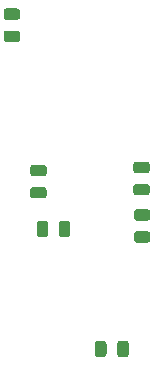
<source format=gbp>
G04 #@! TF.GenerationSoftware,KiCad,Pcbnew,5.1.6-c6e7f7d~87~ubuntu20.04.1*
G04 #@! TF.CreationDate,2020-07-20T11:44:09+02:00*
G04 #@! TF.ProjectId,weerstasie,77656572-7374-4617-9369-652e6b696361,rev?*
G04 #@! TF.SameCoordinates,Original*
G04 #@! TF.FileFunction,Paste,Bot*
G04 #@! TF.FilePolarity,Positive*
%FSLAX46Y46*%
G04 Gerber Fmt 4.6, Leading zero omitted, Abs format (unit mm)*
G04 Created by KiCad (PCBNEW 5.1.6-c6e7f7d~87~ubuntu20.04.1) date 2020-07-20 11:44:09*
%MOMM*%
%LPD*%
G01*
G04 APERTURE LIST*
G04 APERTURE END LIST*
G36*
G01*
X126979500Y-105969750D02*
X126979500Y-106882250D01*
G75*
G02*
X126735750Y-107126000I-243750J0D01*
G01*
X126248250Y-107126000D01*
G75*
G02*
X126004500Y-106882250I0J243750D01*
G01*
X126004500Y-105969750D01*
G75*
G02*
X126248250Y-105726000I243750J0D01*
G01*
X126735750Y-105726000D01*
G75*
G02*
X126979500Y-105969750I0J-243750D01*
G01*
G37*
G36*
G01*
X128854500Y-105969750D02*
X128854500Y-106882250D01*
G75*
G02*
X128610750Y-107126000I-243750J0D01*
G01*
X128123250Y-107126000D01*
G75*
G02*
X127879500Y-106882250I0J243750D01*
G01*
X127879500Y-105969750D01*
G75*
G02*
X128123250Y-105726000I243750J0D01*
G01*
X128610750Y-105726000D01*
G75*
G02*
X128854500Y-105969750I0J-243750D01*
G01*
G37*
G36*
G01*
X118517350Y-79467100D02*
X119429850Y-79467100D01*
G75*
G02*
X119673600Y-79710850I0J-243750D01*
G01*
X119673600Y-80198350D01*
G75*
G02*
X119429850Y-80442100I-243750J0D01*
G01*
X118517350Y-80442100D01*
G75*
G02*
X118273600Y-80198350I0J243750D01*
G01*
X118273600Y-79710850D01*
G75*
G02*
X118517350Y-79467100I243750J0D01*
G01*
G37*
G36*
G01*
X118517350Y-77592100D02*
X119429850Y-77592100D01*
G75*
G02*
X119673600Y-77835850I0J-243750D01*
G01*
X119673600Y-78323350D01*
G75*
G02*
X119429850Y-78567100I-243750J0D01*
G01*
X118517350Y-78567100D01*
G75*
G02*
X118273600Y-78323350I0J243750D01*
G01*
X118273600Y-77835850D01*
G75*
G02*
X118517350Y-77592100I243750J0D01*
G01*
G37*
G36*
G01*
X121665050Y-93677800D02*
X120752550Y-93677800D01*
G75*
G02*
X120508800Y-93434050I0J243750D01*
G01*
X120508800Y-92946550D01*
G75*
G02*
X120752550Y-92702800I243750J0D01*
G01*
X121665050Y-92702800D01*
G75*
G02*
X121908800Y-92946550I0J-243750D01*
G01*
X121908800Y-93434050D01*
G75*
G02*
X121665050Y-93677800I-243750J0D01*
G01*
G37*
G36*
G01*
X121665050Y-91802800D02*
X120752550Y-91802800D01*
G75*
G02*
X120508800Y-91559050I0J243750D01*
G01*
X120508800Y-91071550D01*
G75*
G02*
X120752550Y-90827800I243750J0D01*
G01*
X121665050Y-90827800D01*
G75*
G02*
X121908800Y-91071550I0J-243750D01*
G01*
X121908800Y-91559050D01*
G75*
G02*
X121665050Y-91802800I-243750J0D01*
G01*
G37*
G36*
G01*
X130402650Y-91548800D02*
X129490150Y-91548800D01*
G75*
G02*
X129246400Y-91305050I0J243750D01*
G01*
X129246400Y-90817550D01*
G75*
G02*
X129490150Y-90573800I243750J0D01*
G01*
X130402650Y-90573800D01*
G75*
G02*
X130646400Y-90817550I0J-243750D01*
G01*
X130646400Y-91305050D01*
G75*
G02*
X130402650Y-91548800I-243750J0D01*
G01*
G37*
G36*
G01*
X130402650Y-93423800D02*
X129490150Y-93423800D01*
G75*
G02*
X129246400Y-93180050I0J243750D01*
G01*
X129246400Y-92692550D01*
G75*
G02*
X129490150Y-92448800I243750J0D01*
G01*
X130402650Y-92448800D01*
G75*
G02*
X130646400Y-92692550I0J-243750D01*
G01*
X130646400Y-93180050D01*
G75*
G02*
X130402650Y-93423800I-243750J0D01*
G01*
G37*
G36*
G01*
X123903800Y-95809750D02*
X123903800Y-96722250D01*
G75*
G02*
X123660050Y-96966000I-243750J0D01*
G01*
X123172550Y-96966000D01*
G75*
G02*
X122928800Y-96722250I0J243750D01*
G01*
X122928800Y-95809750D01*
G75*
G02*
X123172550Y-95566000I243750J0D01*
G01*
X123660050Y-95566000D01*
G75*
G02*
X123903800Y-95809750I0J-243750D01*
G01*
G37*
G36*
G01*
X122028800Y-95809750D02*
X122028800Y-96722250D01*
G75*
G02*
X121785050Y-96966000I-243750J0D01*
G01*
X121297550Y-96966000D01*
G75*
G02*
X121053800Y-96722250I0J243750D01*
G01*
X121053800Y-95809750D01*
G75*
G02*
X121297550Y-95566000I243750J0D01*
G01*
X121785050Y-95566000D01*
G75*
G02*
X122028800Y-95809750I0J-243750D01*
G01*
G37*
G36*
G01*
X129540950Y-96462000D02*
X130453450Y-96462000D01*
G75*
G02*
X130697200Y-96705750I0J-243750D01*
G01*
X130697200Y-97193250D01*
G75*
G02*
X130453450Y-97437000I-243750J0D01*
G01*
X129540950Y-97437000D01*
G75*
G02*
X129297200Y-97193250I0J243750D01*
G01*
X129297200Y-96705750D01*
G75*
G02*
X129540950Y-96462000I243750J0D01*
G01*
G37*
G36*
G01*
X129540950Y-94587000D02*
X130453450Y-94587000D01*
G75*
G02*
X130697200Y-94830750I0J-243750D01*
G01*
X130697200Y-95318250D01*
G75*
G02*
X130453450Y-95562000I-243750J0D01*
G01*
X129540950Y-95562000D01*
G75*
G02*
X129297200Y-95318250I0J243750D01*
G01*
X129297200Y-94830750D01*
G75*
G02*
X129540950Y-94587000I243750J0D01*
G01*
G37*
M02*

</source>
